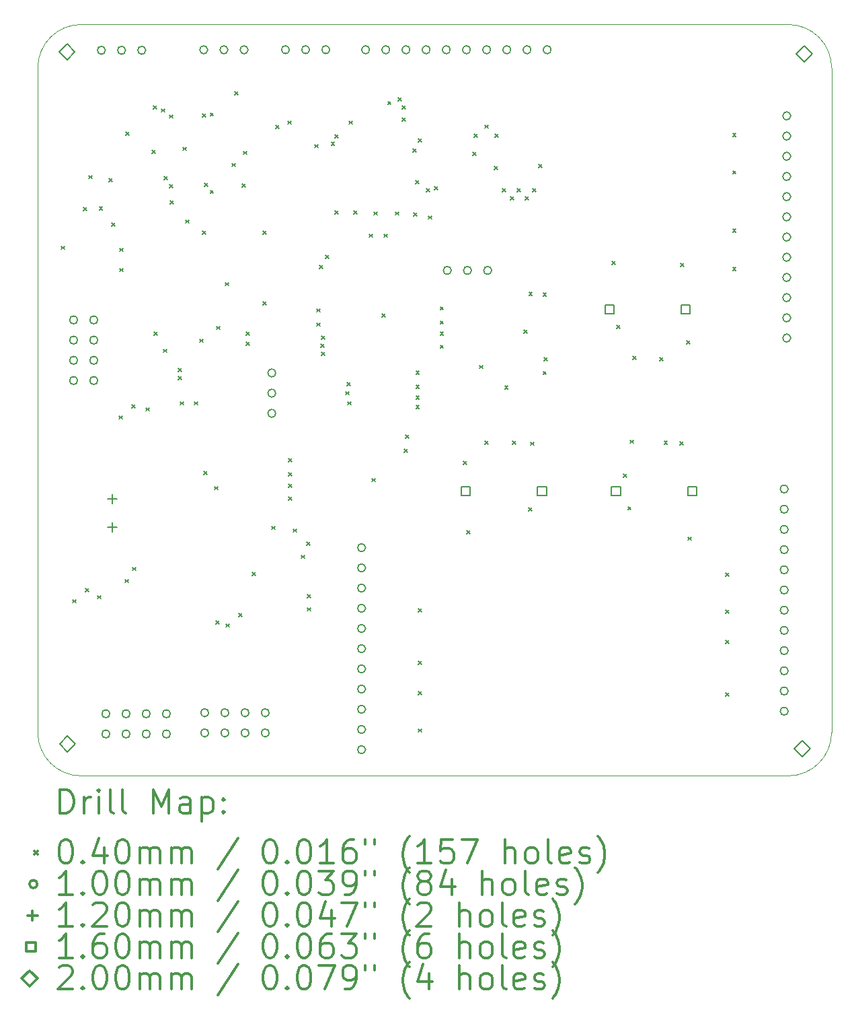
<source format=gbr>
%FSLAX45Y45*%
G04 Gerber Fmt 4.5, Leading zero omitted, Abs format (unit mm)*
G04 Created by KiCad (PCBNEW (5.1.0)-1) date 2019-05-13 21:51:19*
%MOMM*%
%LPD*%
G04 APERTURE LIST*
%ADD10C,0.100000*%
%ADD11C,0.200000*%
%ADD12C,0.300000*%
G04 APERTURE END LIST*
D10*
X7226300Y-8293100D02*
G75*
G02X7772400Y-7747000I546100J0D01*
G01*
X16675100Y-7747000D02*
G75*
G02X17221200Y-8293100I0J-546100D01*
G01*
X17221200Y-16649700D02*
G75*
G02X16675100Y-17195800I-546100J0D01*
G01*
X7772400Y-17195800D02*
G75*
G02X7226300Y-16649700I0J546100D01*
G01*
X7772400Y-17195800D02*
X16675100Y-17195800D01*
X7226300Y-8293100D02*
X7226300Y-16649700D01*
X16675100Y-7747000D02*
X7772400Y-7747000D01*
X17221200Y-16649700D02*
X17221200Y-8293100D01*
D11*
X7523800Y-10533700D02*
X7563800Y-10573700D01*
X7563800Y-10533700D02*
X7523800Y-10573700D01*
X7663500Y-14978700D02*
X7703500Y-15018700D01*
X7703500Y-14978700D02*
X7663500Y-15018700D01*
X7804800Y-10046350D02*
X7844800Y-10086350D01*
X7844800Y-10046350D02*
X7804800Y-10086350D01*
X7828600Y-14839000D02*
X7868600Y-14879000D01*
X7868600Y-14839000D02*
X7828600Y-14879000D01*
X7866700Y-9644700D02*
X7906700Y-9684700D01*
X7906700Y-9644700D02*
X7866700Y-9684700D01*
X7981000Y-14927900D02*
X8021000Y-14967900D01*
X8021000Y-14927900D02*
X7981000Y-14967900D01*
X8000050Y-10038400D02*
X8040050Y-10078400D01*
X8040050Y-10038400D02*
X8000050Y-10078400D01*
X8125800Y-9684700D02*
X8165800Y-9724700D01*
X8165800Y-9684700D02*
X8125800Y-9724700D01*
X8158800Y-10241600D02*
X8198800Y-10281600D01*
X8198800Y-10241600D02*
X8158800Y-10281600D01*
X8247700Y-12667300D02*
X8287700Y-12707300D01*
X8287700Y-12667300D02*
X8247700Y-12707300D01*
X8260400Y-10559100D02*
X8300400Y-10599100D01*
X8300400Y-10559100D02*
X8260400Y-10599100D01*
X8260400Y-10813100D02*
X8300400Y-10853100D01*
X8300400Y-10813100D02*
X8260400Y-10853100D01*
X8323900Y-14724700D02*
X8363900Y-14764700D01*
X8363900Y-14724700D02*
X8323900Y-14764700D01*
X8336600Y-9098600D02*
X8376600Y-9138600D01*
X8376600Y-9098600D02*
X8336600Y-9138600D01*
X8412800Y-12527600D02*
X8452800Y-12567600D01*
X8452800Y-12527600D02*
X8412800Y-12567600D01*
X8421699Y-14572300D02*
X8461699Y-14612300D01*
X8461699Y-14572300D02*
X8421699Y-14612300D01*
X8590600Y-12565700D02*
X8630600Y-12605700D01*
X8630600Y-12565700D02*
X8590600Y-12605700D01*
X8666800Y-9327200D02*
X8706800Y-9367200D01*
X8706800Y-9327200D02*
X8666800Y-9367200D01*
X8679500Y-8768400D02*
X8719500Y-8808400D01*
X8719500Y-8768400D02*
X8679500Y-8808400D01*
X8687796Y-11613601D02*
X8727796Y-11653601D01*
X8727796Y-11613601D02*
X8687796Y-11653601D01*
X8781100Y-8806500D02*
X8821100Y-8846500D01*
X8821100Y-8806500D02*
X8781100Y-8846500D01*
X8806500Y-11829100D02*
X8846500Y-11869100D01*
X8846500Y-11829100D02*
X8806500Y-11869100D01*
X8819200Y-9657400D02*
X8859200Y-9697400D01*
X8859200Y-9657400D02*
X8819200Y-9697400D01*
X8882700Y-8882700D02*
X8922700Y-8922700D01*
X8922700Y-8882700D02*
X8882700Y-8922700D01*
X8882700Y-9759000D02*
X8922700Y-9799000D01*
X8922700Y-9759000D02*
X8882700Y-9799000D01*
X8895400Y-9962200D02*
X8935400Y-10002200D01*
X8935400Y-9962200D02*
X8895400Y-10002200D01*
X8997000Y-12070400D02*
X9037000Y-12110400D01*
X9037000Y-12070400D02*
X8997000Y-12110400D01*
X8997000Y-12172000D02*
X9037000Y-12212000D01*
X9037000Y-12172000D02*
X8997000Y-12212000D01*
X9022400Y-12489500D02*
X9062400Y-12529500D01*
X9062400Y-12489500D02*
X9022400Y-12529500D01*
X9054448Y-9289100D02*
X9094448Y-9329100D01*
X9094448Y-9289100D02*
X9054448Y-9329100D01*
X9085900Y-10203500D02*
X9125900Y-10243500D01*
X9125900Y-10203500D02*
X9085900Y-10243500D01*
X9200200Y-12489500D02*
X9240200Y-12529500D01*
X9240200Y-12489500D02*
X9200200Y-12529500D01*
X9263700Y-11702100D02*
X9303700Y-11742100D01*
X9303700Y-11702100D02*
X9263700Y-11742100D01*
X9298550Y-8873250D02*
X9338550Y-8913250D01*
X9338550Y-8873250D02*
X9298550Y-8913250D01*
X9301800Y-10343200D02*
X9341800Y-10383200D01*
X9341800Y-10343200D02*
X9301800Y-10383200D01*
X9314500Y-13365800D02*
X9354500Y-13405800D01*
X9354500Y-13365800D02*
X9314500Y-13405800D01*
X9325248Y-9741751D02*
X9365248Y-9781751D01*
X9365248Y-9741751D02*
X9325248Y-9781751D01*
X9397391Y-9830783D02*
X9437391Y-9870783D01*
X9437391Y-9830783D02*
X9397391Y-9870783D01*
X9397410Y-8858183D02*
X9437410Y-8898183D01*
X9437410Y-8858183D02*
X9397410Y-8898183D01*
X9454200Y-13556300D02*
X9494200Y-13596300D01*
X9494200Y-13556300D02*
X9454200Y-13596300D01*
X9466900Y-15245400D02*
X9506900Y-15285400D01*
X9506900Y-15245400D02*
X9466900Y-15285400D01*
X9479600Y-11541100D02*
X9519600Y-11581100D01*
X9519600Y-11541100D02*
X9479600Y-11581100D01*
X9587799Y-10990900D02*
X9627799Y-11030900D01*
X9627799Y-10990900D02*
X9587799Y-11030900D01*
X9593900Y-15283500D02*
X9633900Y-15323500D01*
X9633900Y-15283500D02*
X9593900Y-15323500D01*
X9670100Y-9492300D02*
X9710100Y-9532300D01*
X9710100Y-9492300D02*
X9670100Y-9532300D01*
X9708200Y-8590600D02*
X9748200Y-8630600D01*
X9748200Y-8590600D02*
X9708200Y-8630600D01*
X9756000Y-15153500D02*
X9796000Y-15193500D01*
X9796000Y-15153500D02*
X9756000Y-15193500D01*
X9801200Y-9750400D02*
X9841200Y-9790400D01*
X9841200Y-9750400D02*
X9801200Y-9790400D01*
X9816301Y-9339900D02*
X9856301Y-9379900D01*
X9856301Y-9339900D02*
X9816301Y-9379900D01*
X9847899Y-11614686D02*
X9887899Y-11654686D01*
X9887899Y-11614686D02*
X9847899Y-11654686D01*
X9847900Y-11740200D02*
X9887900Y-11780200D01*
X9887900Y-11740200D02*
X9847900Y-11780200D01*
X9924100Y-14635800D02*
X9964100Y-14675800D01*
X9964100Y-14635800D02*
X9924100Y-14675800D01*
X10063800Y-10343200D02*
X10103800Y-10383200D01*
X10103800Y-10343200D02*
X10063800Y-10383200D01*
X10063800Y-11232200D02*
X10103800Y-11272200D01*
X10103800Y-11232200D02*
X10063800Y-11272200D01*
X10170100Y-14056300D02*
X10210100Y-14096300D01*
X10210100Y-14056300D02*
X10170100Y-14096300D01*
X10222550Y-9016050D02*
X10262550Y-9056050D01*
X10262550Y-9016050D02*
X10222550Y-9056050D01*
X10374950Y-8958900D02*
X10414950Y-8998900D01*
X10414950Y-8958900D02*
X10374950Y-8998900D01*
X10381300Y-13207050D02*
X10421300Y-13247050D01*
X10421300Y-13207050D02*
X10381300Y-13247050D01*
X10381300Y-13384850D02*
X10421300Y-13424850D01*
X10421300Y-13384850D02*
X10381300Y-13424850D01*
X10381300Y-13524550D02*
X10421300Y-13564550D01*
X10421300Y-13524550D02*
X10381300Y-13564550D01*
X10381300Y-13689650D02*
X10421300Y-13729650D01*
X10421300Y-13689650D02*
X10381300Y-13729650D01*
X10444800Y-14089700D02*
X10484800Y-14129700D01*
X10484800Y-14089700D02*
X10444800Y-14129700D01*
X10546400Y-14419900D02*
X10586400Y-14459900D01*
X10586400Y-14419900D02*
X10546400Y-14459900D01*
X10609900Y-14254800D02*
X10649900Y-14294800D01*
X10649900Y-14254800D02*
X10609900Y-14294800D01*
X10622600Y-14915200D02*
X10662600Y-14955200D01*
X10662600Y-14915200D02*
X10622600Y-14955200D01*
X10622600Y-15080300D02*
X10662600Y-15120300D01*
X10662600Y-15080300D02*
X10622600Y-15120300D01*
X10717048Y-9257060D02*
X10757048Y-9297060D01*
X10757048Y-9257060D02*
X10717048Y-9297060D01*
X10736900Y-11321100D02*
X10776900Y-11361100D01*
X10776900Y-11321100D02*
X10736900Y-11361100D01*
X10736900Y-11498900D02*
X10776900Y-11538900D01*
X10776900Y-11498900D02*
X10736900Y-11538900D01*
X10775000Y-10775000D02*
X10815000Y-10815000D01*
X10815000Y-10775000D02*
X10775000Y-10815000D01*
X10787700Y-11765600D02*
X10827700Y-11805600D01*
X10827700Y-11765600D02*
X10787700Y-11805600D01*
X10800400Y-11664000D02*
X10840400Y-11704000D01*
X10840400Y-11664000D02*
X10800400Y-11704000D01*
X10800400Y-11867200D02*
X10840400Y-11907200D01*
X10840400Y-11867200D02*
X10800400Y-11907200D01*
X10851200Y-10648000D02*
X10891200Y-10688000D01*
X10891200Y-10648000D02*
X10851200Y-10688000D01*
X10921426Y-9224102D02*
X10961426Y-9264102D01*
X10961426Y-9224102D02*
X10921426Y-9264102D01*
X10965500Y-10089200D02*
X11005500Y-10129200D01*
X11005500Y-10089200D02*
X10965500Y-10129200D01*
X10965976Y-9134572D02*
X11005976Y-9174572D01*
X11005976Y-9134572D02*
X10965976Y-9174572D01*
X11105200Y-12362500D02*
X11145200Y-12402500D01*
X11145200Y-12362500D02*
X11105200Y-12402500D01*
X11117900Y-12248200D02*
X11157900Y-12288200D01*
X11157900Y-12248200D02*
X11117900Y-12288200D01*
X11130600Y-12489500D02*
X11170600Y-12529500D01*
X11170600Y-12489500D02*
X11130600Y-12529500D01*
X11143300Y-8958900D02*
X11183300Y-8998900D01*
X11183300Y-8958900D02*
X11143300Y-8998900D01*
X11206800Y-10089200D02*
X11246800Y-10129200D01*
X11246800Y-10089200D02*
X11206800Y-10129200D01*
X11397300Y-10381300D02*
X11437300Y-10421300D01*
X11437300Y-10381300D02*
X11397300Y-10421300D01*
X11435400Y-13454700D02*
X11475400Y-13494700D01*
X11475400Y-13454700D02*
X11435400Y-13494700D01*
X11460800Y-10101900D02*
X11500800Y-10141900D01*
X11500800Y-10101900D02*
X11460800Y-10141900D01*
X11562400Y-11384600D02*
X11602400Y-11424600D01*
X11602400Y-11384600D02*
X11562400Y-11424600D01*
X11587800Y-10381300D02*
X11627800Y-10421300D01*
X11627800Y-10381300D02*
X11587800Y-10421300D01*
X11632239Y-8713039D02*
X11672239Y-8753039D01*
X11672239Y-8713039D02*
X11632239Y-8753039D01*
X11727500Y-10101900D02*
X11767500Y-10141900D01*
X11767500Y-10101900D02*
X11727500Y-10141900D01*
X11766277Y-8667478D02*
X11806277Y-8707478D01*
X11806277Y-8667478D02*
X11766277Y-8707478D01*
X11816400Y-8768400D02*
X11856400Y-8808400D01*
X11856400Y-8768400D02*
X11816400Y-8808400D01*
X11816400Y-8920800D02*
X11856400Y-8960800D01*
X11856400Y-8920800D02*
X11816400Y-8960800D01*
X11841800Y-13086400D02*
X11881800Y-13126400D01*
X11881800Y-13086400D02*
X11841800Y-13126400D01*
X11854500Y-12908600D02*
X11894500Y-12948600D01*
X11894500Y-12908600D02*
X11854500Y-12948600D01*
X11949274Y-9309119D02*
X11989274Y-9349119D01*
X11989274Y-9309119D02*
X11949274Y-9349119D01*
X11956100Y-10114600D02*
X11996100Y-10154600D01*
X11996100Y-10114600D02*
X11956100Y-10154600D01*
X11981500Y-9708200D02*
X12021500Y-9748200D01*
X12021500Y-9708200D02*
X11981500Y-9748200D01*
X11987850Y-12102150D02*
X12027850Y-12142150D01*
X12027850Y-12102150D02*
X11987850Y-12142150D01*
X11987850Y-12279950D02*
X12027850Y-12319950D01*
X12027850Y-12279950D02*
X11987850Y-12319950D01*
X11987850Y-12419650D02*
X12027850Y-12459650D01*
X12027850Y-12419650D02*
X11987850Y-12459650D01*
X11987850Y-12536499D02*
X12027850Y-12576499D01*
X12027850Y-12536499D02*
X11987850Y-12576499D01*
X12019600Y-15093000D02*
X12059600Y-15133000D01*
X12059600Y-15093000D02*
X12019600Y-15133000D01*
X12019600Y-15753400D02*
X12059600Y-15793400D01*
X12059600Y-15753400D02*
X12019600Y-15793400D01*
X12019600Y-16604300D02*
X12059600Y-16644300D01*
X12059600Y-16604300D02*
X12019600Y-16644300D01*
X12019774Y-16134620D02*
X12059774Y-16174620D01*
X12059774Y-16134620D02*
X12019774Y-16174620D01*
X12020136Y-9181687D02*
X12060136Y-9221687D01*
X12060136Y-9181687D02*
X12020136Y-9221687D01*
X12121200Y-9809800D02*
X12161200Y-9849800D01*
X12161200Y-9809800D02*
X12121200Y-9849800D01*
X12146600Y-10152700D02*
X12186600Y-10192700D01*
X12186600Y-10152700D02*
X12146600Y-10192700D01*
X12222800Y-9784400D02*
X12262800Y-9824400D01*
X12262800Y-9784400D02*
X12222800Y-9824400D01*
X12292650Y-11295700D02*
X12332650Y-11335700D01*
X12332650Y-11295700D02*
X12292650Y-11335700D01*
X12292650Y-11473500D02*
X12332650Y-11513500D01*
X12332650Y-11473500D02*
X12292650Y-11513500D01*
X12292650Y-11613200D02*
X12332650Y-11653200D01*
X12332650Y-11613200D02*
X12292650Y-11653200D01*
X12292650Y-11778300D02*
X12332650Y-11818300D01*
X12332650Y-11778300D02*
X12292650Y-11818300D01*
X12584750Y-13238800D02*
X12624750Y-13278800D01*
X12624750Y-13238800D02*
X12584750Y-13278800D01*
X12629200Y-14108750D02*
X12669200Y-14148750D01*
X12669200Y-14108750D02*
X12629200Y-14148750D01*
X12705400Y-9352600D02*
X12745400Y-9392600D01*
X12745400Y-9352600D02*
X12705400Y-9392600D01*
X12718100Y-9124000D02*
X12758100Y-9164000D01*
X12758100Y-9124000D02*
X12718100Y-9164000D01*
X12787950Y-12032300D02*
X12827950Y-12072300D01*
X12827950Y-12032300D02*
X12787950Y-12072300D01*
X12855363Y-12987236D02*
X12895363Y-13027236D01*
X12895363Y-12987236D02*
X12855363Y-13027236D01*
X12857800Y-9009700D02*
X12897800Y-9049700D01*
X12897800Y-9009700D02*
X12857800Y-9049700D01*
X12972100Y-9530400D02*
X13012100Y-9570400D01*
X13012100Y-9530400D02*
X12972100Y-9570400D01*
X12984800Y-9124000D02*
X13024800Y-9164000D01*
X13024800Y-9124000D02*
X12984800Y-9164000D01*
X13073700Y-9809800D02*
X13113700Y-9849800D01*
X13113700Y-9809800D02*
X13073700Y-9849800D01*
X13105450Y-12292650D02*
X13145450Y-12332650D01*
X13145450Y-12292650D02*
X13105450Y-12332650D01*
X13175300Y-9911400D02*
X13215300Y-9951400D01*
X13215300Y-9911400D02*
X13175300Y-9951400D01*
X13200700Y-12984800D02*
X13240700Y-13024800D01*
X13240700Y-12984800D02*
X13200700Y-13024800D01*
X13264200Y-9809800D02*
X13304200Y-9849800D01*
X13304200Y-9809800D02*
X13264200Y-9849800D01*
X13346169Y-11587219D02*
X13386169Y-11627219D01*
X13386169Y-11587219D02*
X13346169Y-11627219D01*
X13365800Y-9911400D02*
X13405800Y-9951400D01*
X13405800Y-9911400D02*
X13365800Y-9951400D01*
X13403900Y-13823000D02*
X13443900Y-13863000D01*
X13443900Y-13823000D02*
X13403900Y-13863000D01*
X13410250Y-11111550D02*
X13450250Y-11151550D01*
X13450250Y-11111550D02*
X13410250Y-11151550D01*
X13429300Y-12997500D02*
X13469300Y-13037500D01*
X13469300Y-12997500D02*
X13429300Y-13037500D01*
X13454700Y-9809800D02*
X13494700Y-9849800D01*
X13494700Y-9809800D02*
X13454700Y-9849800D01*
X13530900Y-9505000D02*
X13570900Y-9545000D01*
X13570900Y-9505000D02*
X13530900Y-9545000D01*
X13588050Y-11124250D02*
X13628050Y-11164250D01*
X13628050Y-11124250D02*
X13588050Y-11164250D01*
X13588050Y-12108500D02*
X13628050Y-12148500D01*
X13628050Y-12108500D02*
X13588050Y-12148500D01*
X13600750Y-11933351D02*
X13640750Y-11973351D01*
X13640750Y-11933351D02*
X13600750Y-11973351D01*
X14458000Y-10724200D02*
X14498000Y-10764200D01*
X14498000Y-10724200D02*
X14458000Y-10764200D01*
X14515150Y-11530650D02*
X14555150Y-11570650D01*
X14555150Y-11530650D02*
X14515150Y-11570650D01*
X14597700Y-13397550D02*
X14637700Y-13437550D01*
X14637700Y-13397550D02*
X14597700Y-13437550D01*
X14654850Y-13810300D02*
X14694850Y-13850300D01*
X14694850Y-13810300D02*
X14654850Y-13850300D01*
X14686600Y-12972100D02*
X14726600Y-13012100D01*
X14726600Y-12972100D02*
X14686600Y-13012100D01*
X14718350Y-11918000D02*
X14758350Y-11958000D01*
X14758350Y-11918000D02*
X14718350Y-11958000D01*
X15054900Y-11937050D02*
X15094900Y-11977050D01*
X15094900Y-11937050D02*
X15054900Y-11977050D01*
X15112050Y-12984800D02*
X15152050Y-13024800D01*
X15152050Y-12984800D02*
X15112050Y-13024800D01*
X15308900Y-12991150D02*
X15348900Y-13031150D01*
X15348900Y-12991150D02*
X15308900Y-13031150D01*
X15321600Y-10749600D02*
X15361600Y-10789600D01*
X15361600Y-10749600D02*
X15321600Y-10789600D01*
X15397800Y-11721150D02*
X15437800Y-11761150D01*
X15437800Y-11721150D02*
X15397800Y-11761150D01*
X15410500Y-14191300D02*
X15450500Y-14231300D01*
X15450500Y-14191300D02*
X15410500Y-14231300D01*
X15886576Y-15111830D02*
X15926576Y-15151830D01*
X15926576Y-15111830D02*
X15886576Y-15151830D01*
X15886750Y-14642150D02*
X15926750Y-14682150D01*
X15926750Y-14642150D02*
X15886750Y-14682150D01*
X15886750Y-15493050D02*
X15926750Y-15533050D01*
X15926750Y-15493050D02*
X15886750Y-15533050D01*
X15886750Y-16153450D02*
X15926750Y-16193450D01*
X15926750Y-16153450D02*
X15886750Y-16193450D01*
X15975476Y-9587330D02*
X16015476Y-9627330D01*
X16015476Y-9587330D02*
X15975476Y-9627330D01*
X15975650Y-10800400D02*
X16015650Y-10840400D01*
X16015650Y-10800400D02*
X15975650Y-10840400D01*
X15975650Y-9117650D02*
X16015650Y-9157650D01*
X16015650Y-9117650D02*
X15975650Y-9157650D01*
X15975650Y-10317800D02*
X16015650Y-10357800D01*
X16015650Y-10317800D02*
X15975650Y-10357800D01*
X9378150Y-16402050D02*
G75*
G03X9378150Y-16402050I-50000J0D01*
G01*
X9378150Y-16656050D02*
G75*
G03X9378150Y-16656050I-50000J0D01*
G01*
X9632150Y-16402050D02*
G75*
G03X9632150Y-16402050I-50000J0D01*
G01*
X9632150Y-16656050D02*
G75*
G03X9632150Y-16656050I-50000J0D01*
G01*
X9886150Y-16402050D02*
G75*
G03X9886150Y-16402050I-50000J0D01*
G01*
X9886150Y-16656050D02*
G75*
G03X9886150Y-16656050I-50000J0D01*
G01*
X10140150Y-16402050D02*
G75*
G03X10140150Y-16402050I-50000J0D01*
G01*
X10140150Y-16656050D02*
G75*
G03X10140150Y-16656050I-50000J0D01*
G01*
X11353000Y-14325600D02*
G75*
G03X11353000Y-14325600I-50000J0D01*
G01*
X11353000Y-14579600D02*
G75*
G03X11353000Y-14579600I-50000J0D01*
G01*
X11353000Y-14833600D02*
G75*
G03X11353000Y-14833600I-50000J0D01*
G01*
X11353000Y-15087600D02*
G75*
G03X11353000Y-15087600I-50000J0D01*
G01*
X11353000Y-15341600D02*
G75*
G03X11353000Y-15341600I-50000J0D01*
G01*
X11353000Y-15595600D02*
G75*
G03X11353000Y-15595600I-50000J0D01*
G01*
X11353000Y-15849600D02*
G75*
G03X11353000Y-15849600I-50000J0D01*
G01*
X11353000Y-16103600D02*
G75*
G03X11353000Y-16103600I-50000J0D01*
G01*
X11353000Y-16357600D02*
G75*
G03X11353000Y-16357600I-50000J0D01*
G01*
X11353000Y-16611600D02*
G75*
G03X11353000Y-16611600I-50000J0D01*
G01*
X11353000Y-16865600D02*
G75*
G03X11353000Y-16865600I-50000J0D01*
G01*
X8076400Y-8070850D02*
G75*
G03X8076400Y-8070850I-50000J0D01*
G01*
X8330400Y-8070850D02*
G75*
G03X8330400Y-8070850I-50000J0D01*
G01*
X8584400Y-8070850D02*
G75*
G03X8584400Y-8070850I-50000J0D01*
G01*
X10222700Y-12128500D02*
G75*
G03X10222700Y-12128500I-50000J0D01*
G01*
X10222700Y-12382500D02*
G75*
G03X10222700Y-12382500I-50000J0D01*
G01*
X10222700Y-12636500D02*
G75*
G03X10222700Y-12636500I-50000J0D01*
G01*
X7727150Y-11461750D02*
G75*
G03X7727150Y-11461750I-50000J0D01*
G01*
X7727150Y-11715750D02*
G75*
G03X7727150Y-11715750I-50000J0D01*
G01*
X7727150Y-11969750D02*
G75*
G03X7727150Y-11969750I-50000J0D01*
G01*
X7727150Y-12223750D02*
G75*
G03X7727150Y-12223750I-50000J0D01*
G01*
X7981150Y-11461750D02*
G75*
G03X7981150Y-11461750I-50000J0D01*
G01*
X7981150Y-11715750D02*
G75*
G03X7981150Y-11715750I-50000J0D01*
G01*
X7981150Y-11969750D02*
G75*
G03X7981150Y-11969750I-50000J0D01*
G01*
X7981150Y-12223750D02*
G75*
G03X7981150Y-12223750I-50000J0D01*
G01*
X11403800Y-8064500D02*
G75*
G03X11403800Y-8064500I-50000J0D01*
G01*
X11657800Y-8064500D02*
G75*
G03X11657800Y-8064500I-50000J0D01*
G01*
X11911800Y-8064500D02*
G75*
G03X11911800Y-8064500I-50000J0D01*
G01*
X12165800Y-8064500D02*
G75*
G03X12165800Y-8064500I-50000J0D01*
G01*
X12419800Y-8064500D02*
G75*
G03X12419800Y-8064500I-50000J0D01*
G01*
X12673800Y-8064500D02*
G75*
G03X12673800Y-8064500I-50000J0D01*
G01*
X12927800Y-8064500D02*
G75*
G03X12927800Y-8064500I-50000J0D01*
G01*
X13181800Y-8064500D02*
G75*
G03X13181800Y-8064500I-50000J0D01*
G01*
X13435800Y-8064500D02*
G75*
G03X13435800Y-8064500I-50000J0D01*
G01*
X13689800Y-8064500D02*
G75*
G03X13689800Y-8064500I-50000J0D01*
G01*
X16706050Y-8896350D02*
G75*
G03X16706050Y-8896350I-50000J0D01*
G01*
X16706050Y-9150350D02*
G75*
G03X16706050Y-9150350I-50000J0D01*
G01*
X16706050Y-9404350D02*
G75*
G03X16706050Y-9404350I-50000J0D01*
G01*
X16706050Y-9658350D02*
G75*
G03X16706050Y-9658350I-50000J0D01*
G01*
X16706050Y-9912350D02*
G75*
G03X16706050Y-9912350I-50000J0D01*
G01*
X16706050Y-10166350D02*
G75*
G03X16706050Y-10166350I-50000J0D01*
G01*
X16706050Y-10420350D02*
G75*
G03X16706050Y-10420350I-50000J0D01*
G01*
X16706050Y-10674350D02*
G75*
G03X16706050Y-10674350I-50000J0D01*
G01*
X16706050Y-10928350D02*
G75*
G03X16706050Y-10928350I-50000J0D01*
G01*
X16706050Y-11182350D02*
G75*
G03X16706050Y-11182350I-50000J0D01*
G01*
X16706050Y-11436350D02*
G75*
G03X16706050Y-11436350I-50000J0D01*
G01*
X16706050Y-11690350D02*
G75*
G03X16706050Y-11690350I-50000J0D01*
G01*
X8133550Y-16414750D02*
G75*
G03X8133550Y-16414750I-50000J0D01*
G01*
X8133550Y-16668750D02*
G75*
G03X8133550Y-16668750I-50000J0D01*
G01*
X8387550Y-16414750D02*
G75*
G03X8387550Y-16414750I-50000J0D01*
G01*
X8387550Y-16668750D02*
G75*
G03X8387550Y-16668750I-50000J0D01*
G01*
X8641550Y-16414750D02*
G75*
G03X8641550Y-16414750I-50000J0D01*
G01*
X8641550Y-16668750D02*
G75*
G03X8641550Y-16668750I-50000J0D01*
G01*
X8895550Y-16414750D02*
G75*
G03X8895550Y-16414750I-50000J0D01*
G01*
X8895550Y-16668750D02*
G75*
G03X8895550Y-16668750I-50000J0D01*
G01*
X10394150Y-8064500D02*
G75*
G03X10394150Y-8064500I-50000J0D01*
G01*
X10648150Y-8064500D02*
G75*
G03X10648150Y-8064500I-50000J0D01*
G01*
X10902150Y-8064500D02*
G75*
G03X10902150Y-8064500I-50000J0D01*
G01*
X9365450Y-8064500D02*
G75*
G03X9365450Y-8064500I-50000J0D01*
G01*
X9619450Y-8064500D02*
G75*
G03X9619450Y-8064500I-50000J0D01*
G01*
X9873450Y-8064500D02*
G75*
G03X9873450Y-8064500I-50000J0D01*
G01*
X12432500Y-10839450D02*
G75*
G03X12432500Y-10839450I-50000J0D01*
G01*
X12686500Y-10839450D02*
G75*
G03X12686500Y-10839450I-50000J0D01*
G01*
X12940500Y-10839450D02*
G75*
G03X12940500Y-10839450I-50000J0D01*
G01*
X16674300Y-13589000D02*
G75*
G03X16674300Y-13589000I-50000J0D01*
G01*
X16674300Y-13843000D02*
G75*
G03X16674300Y-13843000I-50000J0D01*
G01*
X16674300Y-14097000D02*
G75*
G03X16674300Y-14097000I-50000J0D01*
G01*
X16674300Y-14351000D02*
G75*
G03X16674300Y-14351000I-50000J0D01*
G01*
X16674300Y-14605000D02*
G75*
G03X16674300Y-14605000I-50000J0D01*
G01*
X16674300Y-14859000D02*
G75*
G03X16674300Y-14859000I-50000J0D01*
G01*
X16674300Y-15113000D02*
G75*
G03X16674300Y-15113000I-50000J0D01*
G01*
X16674300Y-15367000D02*
G75*
G03X16674300Y-15367000I-50000J0D01*
G01*
X16674300Y-15621000D02*
G75*
G03X16674300Y-15621000I-50000J0D01*
G01*
X16674300Y-15875000D02*
G75*
G03X16674300Y-15875000I-50000J0D01*
G01*
X16674300Y-16129000D02*
G75*
G03X16674300Y-16129000I-50000J0D01*
G01*
X16674300Y-16383000D02*
G75*
G03X16674300Y-16383000I-50000J0D01*
G01*
X8166100Y-13656000D02*
X8166100Y-13776000D01*
X8106100Y-13716000D02*
X8226100Y-13716000D01*
X8166100Y-14006000D02*
X8166100Y-14126000D01*
X8106100Y-14066000D02*
X8226100Y-14066000D01*
X12670269Y-13670969D02*
X12670269Y-13557831D01*
X12557131Y-13557831D01*
X12557131Y-13670969D01*
X12670269Y-13670969D01*
X13630269Y-13670969D02*
X13630269Y-13557831D01*
X13517131Y-13557831D01*
X13517131Y-13670969D01*
X13630269Y-13670969D01*
X14480019Y-11384969D02*
X14480019Y-11271831D01*
X14366881Y-11271831D01*
X14366881Y-11384969D01*
X14480019Y-11384969D01*
X15440019Y-11384969D02*
X15440019Y-11271831D01*
X15326881Y-11271831D01*
X15326881Y-11384969D01*
X15440019Y-11384969D01*
X14562569Y-13670969D02*
X14562569Y-13557831D01*
X14449431Y-13557831D01*
X14449431Y-13670969D01*
X14562569Y-13670969D01*
X15522569Y-13670969D02*
X15522569Y-13557831D01*
X15409431Y-13557831D01*
X15409431Y-13670969D01*
X15522569Y-13670969D01*
X7594600Y-8189900D02*
X7694600Y-8089900D01*
X7594600Y-7989900D01*
X7494600Y-8089900D01*
X7594600Y-8189900D01*
X7600950Y-16895750D02*
X7700950Y-16795750D01*
X7600950Y-16695750D01*
X7500950Y-16795750D01*
X7600950Y-16895750D01*
X16852900Y-16952900D02*
X16952900Y-16852900D01*
X16852900Y-16752900D01*
X16752900Y-16852900D01*
X16852900Y-16952900D01*
X16878300Y-8215300D02*
X16978300Y-8115300D01*
X16878300Y-8015300D01*
X16778300Y-8115300D01*
X16878300Y-8215300D01*
D12*
X7507728Y-17666514D02*
X7507728Y-17366514D01*
X7579157Y-17366514D01*
X7622014Y-17380800D01*
X7650586Y-17409372D01*
X7664871Y-17437943D01*
X7679157Y-17495086D01*
X7679157Y-17537943D01*
X7664871Y-17595086D01*
X7650586Y-17623657D01*
X7622014Y-17652229D01*
X7579157Y-17666514D01*
X7507728Y-17666514D01*
X7807728Y-17666514D02*
X7807728Y-17466514D01*
X7807728Y-17523657D02*
X7822014Y-17495086D01*
X7836300Y-17480800D01*
X7864871Y-17466514D01*
X7893443Y-17466514D01*
X7993443Y-17666514D02*
X7993443Y-17466514D01*
X7993443Y-17366514D02*
X7979157Y-17380800D01*
X7993443Y-17395086D01*
X8007728Y-17380800D01*
X7993443Y-17366514D01*
X7993443Y-17395086D01*
X8179157Y-17666514D02*
X8150586Y-17652229D01*
X8136300Y-17623657D01*
X8136300Y-17366514D01*
X8336300Y-17666514D02*
X8307728Y-17652229D01*
X8293443Y-17623657D01*
X8293443Y-17366514D01*
X8679157Y-17666514D02*
X8679157Y-17366514D01*
X8779157Y-17580800D01*
X8879157Y-17366514D01*
X8879157Y-17666514D01*
X9150586Y-17666514D02*
X9150586Y-17509372D01*
X9136300Y-17480800D01*
X9107728Y-17466514D01*
X9050586Y-17466514D01*
X9022014Y-17480800D01*
X9150586Y-17652229D02*
X9122014Y-17666514D01*
X9050586Y-17666514D01*
X9022014Y-17652229D01*
X9007728Y-17623657D01*
X9007728Y-17595086D01*
X9022014Y-17566514D01*
X9050586Y-17552229D01*
X9122014Y-17552229D01*
X9150586Y-17537943D01*
X9293443Y-17466514D02*
X9293443Y-17766514D01*
X9293443Y-17480800D02*
X9322014Y-17466514D01*
X9379157Y-17466514D01*
X9407728Y-17480800D01*
X9422014Y-17495086D01*
X9436300Y-17523657D01*
X9436300Y-17609372D01*
X9422014Y-17637943D01*
X9407728Y-17652229D01*
X9379157Y-17666514D01*
X9322014Y-17666514D01*
X9293443Y-17652229D01*
X9564871Y-17637943D02*
X9579157Y-17652229D01*
X9564871Y-17666514D01*
X9550586Y-17652229D01*
X9564871Y-17637943D01*
X9564871Y-17666514D01*
X9564871Y-17480800D02*
X9579157Y-17495086D01*
X9564871Y-17509372D01*
X9550586Y-17495086D01*
X9564871Y-17480800D01*
X9564871Y-17509372D01*
X7181300Y-18140800D02*
X7221300Y-18180800D01*
X7221300Y-18140800D02*
X7181300Y-18180800D01*
X7564871Y-17996514D02*
X7593443Y-17996514D01*
X7622014Y-18010800D01*
X7636300Y-18025086D01*
X7650586Y-18053657D01*
X7664871Y-18110800D01*
X7664871Y-18182229D01*
X7650586Y-18239372D01*
X7636300Y-18267943D01*
X7622014Y-18282229D01*
X7593443Y-18296514D01*
X7564871Y-18296514D01*
X7536300Y-18282229D01*
X7522014Y-18267943D01*
X7507728Y-18239372D01*
X7493443Y-18182229D01*
X7493443Y-18110800D01*
X7507728Y-18053657D01*
X7522014Y-18025086D01*
X7536300Y-18010800D01*
X7564871Y-17996514D01*
X7793443Y-18267943D02*
X7807728Y-18282229D01*
X7793443Y-18296514D01*
X7779157Y-18282229D01*
X7793443Y-18267943D01*
X7793443Y-18296514D01*
X8064871Y-18096514D02*
X8064871Y-18296514D01*
X7993443Y-17982229D02*
X7922014Y-18196514D01*
X8107728Y-18196514D01*
X8279157Y-17996514D02*
X8307728Y-17996514D01*
X8336300Y-18010800D01*
X8350586Y-18025086D01*
X8364871Y-18053657D01*
X8379157Y-18110800D01*
X8379157Y-18182229D01*
X8364871Y-18239372D01*
X8350586Y-18267943D01*
X8336300Y-18282229D01*
X8307728Y-18296514D01*
X8279157Y-18296514D01*
X8250586Y-18282229D01*
X8236300Y-18267943D01*
X8222014Y-18239372D01*
X8207728Y-18182229D01*
X8207728Y-18110800D01*
X8222014Y-18053657D01*
X8236300Y-18025086D01*
X8250586Y-18010800D01*
X8279157Y-17996514D01*
X8507728Y-18296514D02*
X8507728Y-18096514D01*
X8507728Y-18125086D02*
X8522014Y-18110800D01*
X8550586Y-18096514D01*
X8593443Y-18096514D01*
X8622014Y-18110800D01*
X8636300Y-18139372D01*
X8636300Y-18296514D01*
X8636300Y-18139372D02*
X8650586Y-18110800D01*
X8679157Y-18096514D01*
X8722014Y-18096514D01*
X8750586Y-18110800D01*
X8764871Y-18139372D01*
X8764871Y-18296514D01*
X8907728Y-18296514D02*
X8907728Y-18096514D01*
X8907728Y-18125086D02*
X8922014Y-18110800D01*
X8950586Y-18096514D01*
X8993443Y-18096514D01*
X9022014Y-18110800D01*
X9036300Y-18139372D01*
X9036300Y-18296514D01*
X9036300Y-18139372D02*
X9050586Y-18110800D01*
X9079157Y-18096514D01*
X9122014Y-18096514D01*
X9150586Y-18110800D01*
X9164871Y-18139372D01*
X9164871Y-18296514D01*
X9750586Y-17982229D02*
X9493443Y-18367943D01*
X10136300Y-17996514D02*
X10164871Y-17996514D01*
X10193443Y-18010800D01*
X10207728Y-18025086D01*
X10222014Y-18053657D01*
X10236300Y-18110800D01*
X10236300Y-18182229D01*
X10222014Y-18239372D01*
X10207728Y-18267943D01*
X10193443Y-18282229D01*
X10164871Y-18296514D01*
X10136300Y-18296514D01*
X10107728Y-18282229D01*
X10093443Y-18267943D01*
X10079157Y-18239372D01*
X10064871Y-18182229D01*
X10064871Y-18110800D01*
X10079157Y-18053657D01*
X10093443Y-18025086D01*
X10107728Y-18010800D01*
X10136300Y-17996514D01*
X10364871Y-18267943D02*
X10379157Y-18282229D01*
X10364871Y-18296514D01*
X10350586Y-18282229D01*
X10364871Y-18267943D01*
X10364871Y-18296514D01*
X10564871Y-17996514D02*
X10593443Y-17996514D01*
X10622014Y-18010800D01*
X10636300Y-18025086D01*
X10650586Y-18053657D01*
X10664871Y-18110800D01*
X10664871Y-18182229D01*
X10650586Y-18239372D01*
X10636300Y-18267943D01*
X10622014Y-18282229D01*
X10593443Y-18296514D01*
X10564871Y-18296514D01*
X10536300Y-18282229D01*
X10522014Y-18267943D01*
X10507728Y-18239372D01*
X10493443Y-18182229D01*
X10493443Y-18110800D01*
X10507728Y-18053657D01*
X10522014Y-18025086D01*
X10536300Y-18010800D01*
X10564871Y-17996514D01*
X10950586Y-18296514D02*
X10779157Y-18296514D01*
X10864871Y-18296514D02*
X10864871Y-17996514D01*
X10836300Y-18039372D01*
X10807728Y-18067943D01*
X10779157Y-18082229D01*
X11207728Y-17996514D02*
X11150586Y-17996514D01*
X11122014Y-18010800D01*
X11107728Y-18025086D01*
X11079157Y-18067943D01*
X11064871Y-18125086D01*
X11064871Y-18239372D01*
X11079157Y-18267943D01*
X11093443Y-18282229D01*
X11122014Y-18296514D01*
X11179157Y-18296514D01*
X11207728Y-18282229D01*
X11222014Y-18267943D01*
X11236300Y-18239372D01*
X11236300Y-18167943D01*
X11222014Y-18139372D01*
X11207728Y-18125086D01*
X11179157Y-18110800D01*
X11122014Y-18110800D01*
X11093443Y-18125086D01*
X11079157Y-18139372D01*
X11064871Y-18167943D01*
X11350586Y-17996514D02*
X11350586Y-18053657D01*
X11464871Y-17996514D02*
X11464871Y-18053657D01*
X11907728Y-18410800D02*
X11893443Y-18396514D01*
X11864871Y-18353657D01*
X11850586Y-18325086D01*
X11836300Y-18282229D01*
X11822014Y-18210800D01*
X11822014Y-18153657D01*
X11836300Y-18082229D01*
X11850586Y-18039372D01*
X11864871Y-18010800D01*
X11893443Y-17967943D01*
X11907728Y-17953657D01*
X12179157Y-18296514D02*
X12007728Y-18296514D01*
X12093443Y-18296514D02*
X12093443Y-17996514D01*
X12064871Y-18039372D01*
X12036300Y-18067943D01*
X12007728Y-18082229D01*
X12450586Y-17996514D02*
X12307728Y-17996514D01*
X12293443Y-18139372D01*
X12307728Y-18125086D01*
X12336300Y-18110800D01*
X12407728Y-18110800D01*
X12436300Y-18125086D01*
X12450586Y-18139372D01*
X12464871Y-18167943D01*
X12464871Y-18239372D01*
X12450586Y-18267943D01*
X12436300Y-18282229D01*
X12407728Y-18296514D01*
X12336300Y-18296514D01*
X12307728Y-18282229D01*
X12293443Y-18267943D01*
X12564871Y-17996514D02*
X12764871Y-17996514D01*
X12636300Y-18296514D01*
X13107728Y-18296514D02*
X13107728Y-17996514D01*
X13236300Y-18296514D02*
X13236300Y-18139372D01*
X13222014Y-18110800D01*
X13193443Y-18096514D01*
X13150586Y-18096514D01*
X13122014Y-18110800D01*
X13107728Y-18125086D01*
X13422014Y-18296514D02*
X13393443Y-18282229D01*
X13379157Y-18267943D01*
X13364871Y-18239372D01*
X13364871Y-18153657D01*
X13379157Y-18125086D01*
X13393443Y-18110800D01*
X13422014Y-18096514D01*
X13464871Y-18096514D01*
X13493443Y-18110800D01*
X13507728Y-18125086D01*
X13522014Y-18153657D01*
X13522014Y-18239372D01*
X13507728Y-18267943D01*
X13493443Y-18282229D01*
X13464871Y-18296514D01*
X13422014Y-18296514D01*
X13693443Y-18296514D02*
X13664871Y-18282229D01*
X13650586Y-18253657D01*
X13650586Y-17996514D01*
X13922014Y-18282229D02*
X13893443Y-18296514D01*
X13836300Y-18296514D01*
X13807728Y-18282229D01*
X13793443Y-18253657D01*
X13793443Y-18139372D01*
X13807728Y-18110800D01*
X13836300Y-18096514D01*
X13893443Y-18096514D01*
X13922014Y-18110800D01*
X13936300Y-18139372D01*
X13936300Y-18167943D01*
X13793443Y-18196514D01*
X14050586Y-18282229D02*
X14079157Y-18296514D01*
X14136300Y-18296514D01*
X14164871Y-18282229D01*
X14179157Y-18253657D01*
X14179157Y-18239372D01*
X14164871Y-18210800D01*
X14136300Y-18196514D01*
X14093443Y-18196514D01*
X14064871Y-18182229D01*
X14050586Y-18153657D01*
X14050586Y-18139372D01*
X14064871Y-18110800D01*
X14093443Y-18096514D01*
X14136300Y-18096514D01*
X14164871Y-18110800D01*
X14279157Y-18410800D02*
X14293443Y-18396514D01*
X14322014Y-18353657D01*
X14336300Y-18325086D01*
X14350586Y-18282229D01*
X14364871Y-18210800D01*
X14364871Y-18153657D01*
X14350586Y-18082229D01*
X14336300Y-18039372D01*
X14322014Y-18010800D01*
X14293443Y-17967943D01*
X14279157Y-17953657D01*
X7221300Y-18556800D02*
G75*
G03X7221300Y-18556800I-50000J0D01*
G01*
X7664871Y-18692514D02*
X7493443Y-18692514D01*
X7579157Y-18692514D02*
X7579157Y-18392514D01*
X7550586Y-18435372D01*
X7522014Y-18463943D01*
X7493443Y-18478229D01*
X7793443Y-18663943D02*
X7807728Y-18678229D01*
X7793443Y-18692514D01*
X7779157Y-18678229D01*
X7793443Y-18663943D01*
X7793443Y-18692514D01*
X7993443Y-18392514D02*
X8022014Y-18392514D01*
X8050586Y-18406800D01*
X8064871Y-18421086D01*
X8079157Y-18449657D01*
X8093443Y-18506800D01*
X8093443Y-18578229D01*
X8079157Y-18635372D01*
X8064871Y-18663943D01*
X8050586Y-18678229D01*
X8022014Y-18692514D01*
X7993443Y-18692514D01*
X7964871Y-18678229D01*
X7950586Y-18663943D01*
X7936300Y-18635372D01*
X7922014Y-18578229D01*
X7922014Y-18506800D01*
X7936300Y-18449657D01*
X7950586Y-18421086D01*
X7964871Y-18406800D01*
X7993443Y-18392514D01*
X8279157Y-18392514D02*
X8307728Y-18392514D01*
X8336300Y-18406800D01*
X8350586Y-18421086D01*
X8364871Y-18449657D01*
X8379157Y-18506800D01*
X8379157Y-18578229D01*
X8364871Y-18635372D01*
X8350586Y-18663943D01*
X8336300Y-18678229D01*
X8307728Y-18692514D01*
X8279157Y-18692514D01*
X8250586Y-18678229D01*
X8236300Y-18663943D01*
X8222014Y-18635372D01*
X8207728Y-18578229D01*
X8207728Y-18506800D01*
X8222014Y-18449657D01*
X8236300Y-18421086D01*
X8250586Y-18406800D01*
X8279157Y-18392514D01*
X8507728Y-18692514D02*
X8507728Y-18492514D01*
X8507728Y-18521086D02*
X8522014Y-18506800D01*
X8550586Y-18492514D01*
X8593443Y-18492514D01*
X8622014Y-18506800D01*
X8636300Y-18535372D01*
X8636300Y-18692514D01*
X8636300Y-18535372D02*
X8650586Y-18506800D01*
X8679157Y-18492514D01*
X8722014Y-18492514D01*
X8750586Y-18506800D01*
X8764871Y-18535372D01*
X8764871Y-18692514D01*
X8907728Y-18692514D02*
X8907728Y-18492514D01*
X8907728Y-18521086D02*
X8922014Y-18506800D01*
X8950586Y-18492514D01*
X8993443Y-18492514D01*
X9022014Y-18506800D01*
X9036300Y-18535372D01*
X9036300Y-18692514D01*
X9036300Y-18535372D02*
X9050586Y-18506800D01*
X9079157Y-18492514D01*
X9122014Y-18492514D01*
X9150586Y-18506800D01*
X9164871Y-18535372D01*
X9164871Y-18692514D01*
X9750586Y-18378229D02*
X9493443Y-18763943D01*
X10136300Y-18392514D02*
X10164871Y-18392514D01*
X10193443Y-18406800D01*
X10207728Y-18421086D01*
X10222014Y-18449657D01*
X10236300Y-18506800D01*
X10236300Y-18578229D01*
X10222014Y-18635372D01*
X10207728Y-18663943D01*
X10193443Y-18678229D01*
X10164871Y-18692514D01*
X10136300Y-18692514D01*
X10107728Y-18678229D01*
X10093443Y-18663943D01*
X10079157Y-18635372D01*
X10064871Y-18578229D01*
X10064871Y-18506800D01*
X10079157Y-18449657D01*
X10093443Y-18421086D01*
X10107728Y-18406800D01*
X10136300Y-18392514D01*
X10364871Y-18663943D02*
X10379157Y-18678229D01*
X10364871Y-18692514D01*
X10350586Y-18678229D01*
X10364871Y-18663943D01*
X10364871Y-18692514D01*
X10564871Y-18392514D02*
X10593443Y-18392514D01*
X10622014Y-18406800D01*
X10636300Y-18421086D01*
X10650586Y-18449657D01*
X10664871Y-18506800D01*
X10664871Y-18578229D01*
X10650586Y-18635372D01*
X10636300Y-18663943D01*
X10622014Y-18678229D01*
X10593443Y-18692514D01*
X10564871Y-18692514D01*
X10536300Y-18678229D01*
X10522014Y-18663943D01*
X10507728Y-18635372D01*
X10493443Y-18578229D01*
X10493443Y-18506800D01*
X10507728Y-18449657D01*
X10522014Y-18421086D01*
X10536300Y-18406800D01*
X10564871Y-18392514D01*
X10764871Y-18392514D02*
X10950586Y-18392514D01*
X10850586Y-18506800D01*
X10893443Y-18506800D01*
X10922014Y-18521086D01*
X10936300Y-18535372D01*
X10950586Y-18563943D01*
X10950586Y-18635372D01*
X10936300Y-18663943D01*
X10922014Y-18678229D01*
X10893443Y-18692514D01*
X10807728Y-18692514D01*
X10779157Y-18678229D01*
X10764871Y-18663943D01*
X11093443Y-18692514D02*
X11150586Y-18692514D01*
X11179157Y-18678229D01*
X11193443Y-18663943D01*
X11222014Y-18621086D01*
X11236300Y-18563943D01*
X11236300Y-18449657D01*
X11222014Y-18421086D01*
X11207728Y-18406800D01*
X11179157Y-18392514D01*
X11122014Y-18392514D01*
X11093443Y-18406800D01*
X11079157Y-18421086D01*
X11064871Y-18449657D01*
X11064871Y-18521086D01*
X11079157Y-18549657D01*
X11093443Y-18563943D01*
X11122014Y-18578229D01*
X11179157Y-18578229D01*
X11207728Y-18563943D01*
X11222014Y-18549657D01*
X11236300Y-18521086D01*
X11350586Y-18392514D02*
X11350586Y-18449657D01*
X11464871Y-18392514D02*
X11464871Y-18449657D01*
X11907728Y-18806800D02*
X11893443Y-18792514D01*
X11864871Y-18749657D01*
X11850586Y-18721086D01*
X11836300Y-18678229D01*
X11822014Y-18606800D01*
X11822014Y-18549657D01*
X11836300Y-18478229D01*
X11850586Y-18435372D01*
X11864871Y-18406800D01*
X11893443Y-18363943D01*
X11907728Y-18349657D01*
X12064871Y-18521086D02*
X12036300Y-18506800D01*
X12022014Y-18492514D01*
X12007728Y-18463943D01*
X12007728Y-18449657D01*
X12022014Y-18421086D01*
X12036300Y-18406800D01*
X12064871Y-18392514D01*
X12122014Y-18392514D01*
X12150586Y-18406800D01*
X12164871Y-18421086D01*
X12179157Y-18449657D01*
X12179157Y-18463943D01*
X12164871Y-18492514D01*
X12150586Y-18506800D01*
X12122014Y-18521086D01*
X12064871Y-18521086D01*
X12036300Y-18535372D01*
X12022014Y-18549657D01*
X12007728Y-18578229D01*
X12007728Y-18635372D01*
X12022014Y-18663943D01*
X12036300Y-18678229D01*
X12064871Y-18692514D01*
X12122014Y-18692514D01*
X12150586Y-18678229D01*
X12164871Y-18663943D01*
X12179157Y-18635372D01*
X12179157Y-18578229D01*
X12164871Y-18549657D01*
X12150586Y-18535372D01*
X12122014Y-18521086D01*
X12436300Y-18492514D02*
X12436300Y-18692514D01*
X12364871Y-18378229D02*
X12293443Y-18592514D01*
X12479157Y-18592514D01*
X12822014Y-18692514D02*
X12822014Y-18392514D01*
X12950586Y-18692514D02*
X12950586Y-18535372D01*
X12936300Y-18506800D01*
X12907728Y-18492514D01*
X12864871Y-18492514D01*
X12836300Y-18506800D01*
X12822014Y-18521086D01*
X13136300Y-18692514D02*
X13107728Y-18678229D01*
X13093443Y-18663943D01*
X13079157Y-18635372D01*
X13079157Y-18549657D01*
X13093443Y-18521086D01*
X13107728Y-18506800D01*
X13136300Y-18492514D01*
X13179157Y-18492514D01*
X13207728Y-18506800D01*
X13222014Y-18521086D01*
X13236300Y-18549657D01*
X13236300Y-18635372D01*
X13222014Y-18663943D01*
X13207728Y-18678229D01*
X13179157Y-18692514D01*
X13136300Y-18692514D01*
X13407728Y-18692514D02*
X13379157Y-18678229D01*
X13364871Y-18649657D01*
X13364871Y-18392514D01*
X13636300Y-18678229D02*
X13607728Y-18692514D01*
X13550586Y-18692514D01*
X13522014Y-18678229D01*
X13507728Y-18649657D01*
X13507728Y-18535372D01*
X13522014Y-18506800D01*
X13550586Y-18492514D01*
X13607728Y-18492514D01*
X13636300Y-18506800D01*
X13650586Y-18535372D01*
X13650586Y-18563943D01*
X13507728Y-18592514D01*
X13764871Y-18678229D02*
X13793443Y-18692514D01*
X13850586Y-18692514D01*
X13879157Y-18678229D01*
X13893443Y-18649657D01*
X13893443Y-18635372D01*
X13879157Y-18606800D01*
X13850586Y-18592514D01*
X13807728Y-18592514D01*
X13779157Y-18578229D01*
X13764871Y-18549657D01*
X13764871Y-18535372D01*
X13779157Y-18506800D01*
X13807728Y-18492514D01*
X13850586Y-18492514D01*
X13879157Y-18506800D01*
X13993443Y-18806800D02*
X14007728Y-18792514D01*
X14036300Y-18749657D01*
X14050586Y-18721086D01*
X14064871Y-18678229D01*
X14079157Y-18606800D01*
X14079157Y-18549657D01*
X14064871Y-18478229D01*
X14050586Y-18435372D01*
X14036300Y-18406800D01*
X14007728Y-18363943D01*
X13993443Y-18349657D01*
X7161300Y-18892800D02*
X7161300Y-19012800D01*
X7101300Y-18952800D02*
X7221300Y-18952800D01*
X7664871Y-19088514D02*
X7493443Y-19088514D01*
X7579157Y-19088514D02*
X7579157Y-18788514D01*
X7550586Y-18831372D01*
X7522014Y-18859943D01*
X7493443Y-18874229D01*
X7793443Y-19059943D02*
X7807728Y-19074229D01*
X7793443Y-19088514D01*
X7779157Y-19074229D01*
X7793443Y-19059943D01*
X7793443Y-19088514D01*
X7922014Y-18817086D02*
X7936300Y-18802800D01*
X7964871Y-18788514D01*
X8036300Y-18788514D01*
X8064871Y-18802800D01*
X8079157Y-18817086D01*
X8093443Y-18845657D01*
X8093443Y-18874229D01*
X8079157Y-18917086D01*
X7907728Y-19088514D01*
X8093443Y-19088514D01*
X8279157Y-18788514D02*
X8307728Y-18788514D01*
X8336300Y-18802800D01*
X8350586Y-18817086D01*
X8364871Y-18845657D01*
X8379157Y-18902800D01*
X8379157Y-18974229D01*
X8364871Y-19031372D01*
X8350586Y-19059943D01*
X8336300Y-19074229D01*
X8307728Y-19088514D01*
X8279157Y-19088514D01*
X8250586Y-19074229D01*
X8236300Y-19059943D01*
X8222014Y-19031372D01*
X8207728Y-18974229D01*
X8207728Y-18902800D01*
X8222014Y-18845657D01*
X8236300Y-18817086D01*
X8250586Y-18802800D01*
X8279157Y-18788514D01*
X8507728Y-19088514D02*
X8507728Y-18888514D01*
X8507728Y-18917086D02*
X8522014Y-18902800D01*
X8550586Y-18888514D01*
X8593443Y-18888514D01*
X8622014Y-18902800D01*
X8636300Y-18931372D01*
X8636300Y-19088514D01*
X8636300Y-18931372D02*
X8650586Y-18902800D01*
X8679157Y-18888514D01*
X8722014Y-18888514D01*
X8750586Y-18902800D01*
X8764871Y-18931372D01*
X8764871Y-19088514D01*
X8907728Y-19088514D02*
X8907728Y-18888514D01*
X8907728Y-18917086D02*
X8922014Y-18902800D01*
X8950586Y-18888514D01*
X8993443Y-18888514D01*
X9022014Y-18902800D01*
X9036300Y-18931372D01*
X9036300Y-19088514D01*
X9036300Y-18931372D02*
X9050586Y-18902800D01*
X9079157Y-18888514D01*
X9122014Y-18888514D01*
X9150586Y-18902800D01*
X9164871Y-18931372D01*
X9164871Y-19088514D01*
X9750586Y-18774229D02*
X9493443Y-19159943D01*
X10136300Y-18788514D02*
X10164871Y-18788514D01*
X10193443Y-18802800D01*
X10207728Y-18817086D01*
X10222014Y-18845657D01*
X10236300Y-18902800D01*
X10236300Y-18974229D01*
X10222014Y-19031372D01*
X10207728Y-19059943D01*
X10193443Y-19074229D01*
X10164871Y-19088514D01*
X10136300Y-19088514D01*
X10107728Y-19074229D01*
X10093443Y-19059943D01*
X10079157Y-19031372D01*
X10064871Y-18974229D01*
X10064871Y-18902800D01*
X10079157Y-18845657D01*
X10093443Y-18817086D01*
X10107728Y-18802800D01*
X10136300Y-18788514D01*
X10364871Y-19059943D02*
X10379157Y-19074229D01*
X10364871Y-19088514D01*
X10350586Y-19074229D01*
X10364871Y-19059943D01*
X10364871Y-19088514D01*
X10564871Y-18788514D02*
X10593443Y-18788514D01*
X10622014Y-18802800D01*
X10636300Y-18817086D01*
X10650586Y-18845657D01*
X10664871Y-18902800D01*
X10664871Y-18974229D01*
X10650586Y-19031372D01*
X10636300Y-19059943D01*
X10622014Y-19074229D01*
X10593443Y-19088514D01*
X10564871Y-19088514D01*
X10536300Y-19074229D01*
X10522014Y-19059943D01*
X10507728Y-19031372D01*
X10493443Y-18974229D01*
X10493443Y-18902800D01*
X10507728Y-18845657D01*
X10522014Y-18817086D01*
X10536300Y-18802800D01*
X10564871Y-18788514D01*
X10922014Y-18888514D02*
X10922014Y-19088514D01*
X10850586Y-18774229D02*
X10779157Y-18988514D01*
X10964871Y-18988514D01*
X11050586Y-18788514D02*
X11250586Y-18788514D01*
X11122014Y-19088514D01*
X11350586Y-18788514D02*
X11350586Y-18845657D01*
X11464871Y-18788514D02*
X11464871Y-18845657D01*
X11907728Y-19202800D02*
X11893443Y-19188514D01*
X11864871Y-19145657D01*
X11850586Y-19117086D01*
X11836300Y-19074229D01*
X11822014Y-19002800D01*
X11822014Y-18945657D01*
X11836300Y-18874229D01*
X11850586Y-18831372D01*
X11864871Y-18802800D01*
X11893443Y-18759943D01*
X11907728Y-18745657D01*
X12007728Y-18817086D02*
X12022014Y-18802800D01*
X12050586Y-18788514D01*
X12122014Y-18788514D01*
X12150586Y-18802800D01*
X12164871Y-18817086D01*
X12179157Y-18845657D01*
X12179157Y-18874229D01*
X12164871Y-18917086D01*
X11993443Y-19088514D01*
X12179157Y-19088514D01*
X12536300Y-19088514D02*
X12536300Y-18788514D01*
X12664871Y-19088514D02*
X12664871Y-18931372D01*
X12650586Y-18902800D01*
X12622014Y-18888514D01*
X12579157Y-18888514D01*
X12550586Y-18902800D01*
X12536300Y-18917086D01*
X12850586Y-19088514D02*
X12822014Y-19074229D01*
X12807728Y-19059943D01*
X12793443Y-19031372D01*
X12793443Y-18945657D01*
X12807728Y-18917086D01*
X12822014Y-18902800D01*
X12850586Y-18888514D01*
X12893443Y-18888514D01*
X12922014Y-18902800D01*
X12936300Y-18917086D01*
X12950586Y-18945657D01*
X12950586Y-19031372D01*
X12936300Y-19059943D01*
X12922014Y-19074229D01*
X12893443Y-19088514D01*
X12850586Y-19088514D01*
X13122014Y-19088514D02*
X13093443Y-19074229D01*
X13079157Y-19045657D01*
X13079157Y-18788514D01*
X13350586Y-19074229D02*
X13322014Y-19088514D01*
X13264871Y-19088514D01*
X13236300Y-19074229D01*
X13222014Y-19045657D01*
X13222014Y-18931372D01*
X13236300Y-18902800D01*
X13264871Y-18888514D01*
X13322014Y-18888514D01*
X13350586Y-18902800D01*
X13364871Y-18931372D01*
X13364871Y-18959943D01*
X13222014Y-18988514D01*
X13479157Y-19074229D02*
X13507728Y-19088514D01*
X13564871Y-19088514D01*
X13593443Y-19074229D01*
X13607728Y-19045657D01*
X13607728Y-19031372D01*
X13593443Y-19002800D01*
X13564871Y-18988514D01*
X13522014Y-18988514D01*
X13493443Y-18974229D01*
X13479157Y-18945657D01*
X13479157Y-18931372D01*
X13493443Y-18902800D01*
X13522014Y-18888514D01*
X13564871Y-18888514D01*
X13593443Y-18902800D01*
X13707728Y-19202800D02*
X13722014Y-19188514D01*
X13750586Y-19145657D01*
X13764871Y-19117086D01*
X13779157Y-19074229D01*
X13793443Y-19002800D01*
X13793443Y-18945657D01*
X13779157Y-18874229D01*
X13764871Y-18831372D01*
X13750586Y-18802800D01*
X13722014Y-18759943D01*
X13707728Y-18745657D01*
X7197869Y-19405369D02*
X7197869Y-19292231D01*
X7084731Y-19292231D01*
X7084731Y-19405369D01*
X7197869Y-19405369D01*
X7664871Y-19484514D02*
X7493443Y-19484514D01*
X7579157Y-19484514D02*
X7579157Y-19184514D01*
X7550586Y-19227372D01*
X7522014Y-19255943D01*
X7493443Y-19270229D01*
X7793443Y-19455943D02*
X7807728Y-19470229D01*
X7793443Y-19484514D01*
X7779157Y-19470229D01*
X7793443Y-19455943D01*
X7793443Y-19484514D01*
X8064871Y-19184514D02*
X8007728Y-19184514D01*
X7979157Y-19198800D01*
X7964871Y-19213086D01*
X7936300Y-19255943D01*
X7922014Y-19313086D01*
X7922014Y-19427372D01*
X7936300Y-19455943D01*
X7950586Y-19470229D01*
X7979157Y-19484514D01*
X8036300Y-19484514D01*
X8064871Y-19470229D01*
X8079157Y-19455943D01*
X8093443Y-19427372D01*
X8093443Y-19355943D01*
X8079157Y-19327372D01*
X8064871Y-19313086D01*
X8036300Y-19298800D01*
X7979157Y-19298800D01*
X7950586Y-19313086D01*
X7936300Y-19327372D01*
X7922014Y-19355943D01*
X8279157Y-19184514D02*
X8307728Y-19184514D01*
X8336300Y-19198800D01*
X8350586Y-19213086D01*
X8364871Y-19241657D01*
X8379157Y-19298800D01*
X8379157Y-19370229D01*
X8364871Y-19427372D01*
X8350586Y-19455943D01*
X8336300Y-19470229D01*
X8307728Y-19484514D01*
X8279157Y-19484514D01*
X8250586Y-19470229D01*
X8236300Y-19455943D01*
X8222014Y-19427372D01*
X8207728Y-19370229D01*
X8207728Y-19298800D01*
X8222014Y-19241657D01*
X8236300Y-19213086D01*
X8250586Y-19198800D01*
X8279157Y-19184514D01*
X8507728Y-19484514D02*
X8507728Y-19284514D01*
X8507728Y-19313086D02*
X8522014Y-19298800D01*
X8550586Y-19284514D01*
X8593443Y-19284514D01*
X8622014Y-19298800D01*
X8636300Y-19327372D01*
X8636300Y-19484514D01*
X8636300Y-19327372D02*
X8650586Y-19298800D01*
X8679157Y-19284514D01*
X8722014Y-19284514D01*
X8750586Y-19298800D01*
X8764871Y-19327372D01*
X8764871Y-19484514D01*
X8907728Y-19484514D02*
X8907728Y-19284514D01*
X8907728Y-19313086D02*
X8922014Y-19298800D01*
X8950586Y-19284514D01*
X8993443Y-19284514D01*
X9022014Y-19298800D01*
X9036300Y-19327372D01*
X9036300Y-19484514D01*
X9036300Y-19327372D02*
X9050586Y-19298800D01*
X9079157Y-19284514D01*
X9122014Y-19284514D01*
X9150586Y-19298800D01*
X9164871Y-19327372D01*
X9164871Y-19484514D01*
X9750586Y-19170229D02*
X9493443Y-19555943D01*
X10136300Y-19184514D02*
X10164871Y-19184514D01*
X10193443Y-19198800D01*
X10207728Y-19213086D01*
X10222014Y-19241657D01*
X10236300Y-19298800D01*
X10236300Y-19370229D01*
X10222014Y-19427372D01*
X10207728Y-19455943D01*
X10193443Y-19470229D01*
X10164871Y-19484514D01*
X10136300Y-19484514D01*
X10107728Y-19470229D01*
X10093443Y-19455943D01*
X10079157Y-19427372D01*
X10064871Y-19370229D01*
X10064871Y-19298800D01*
X10079157Y-19241657D01*
X10093443Y-19213086D01*
X10107728Y-19198800D01*
X10136300Y-19184514D01*
X10364871Y-19455943D02*
X10379157Y-19470229D01*
X10364871Y-19484514D01*
X10350586Y-19470229D01*
X10364871Y-19455943D01*
X10364871Y-19484514D01*
X10564871Y-19184514D02*
X10593443Y-19184514D01*
X10622014Y-19198800D01*
X10636300Y-19213086D01*
X10650586Y-19241657D01*
X10664871Y-19298800D01*
X10664871Y-19370229D01*
X10650586Y-19427372D01*
X10636300Y-19455943D01*
X10622014Y-19470229D01*
X10593443Y-19484514D01*
X10564871Y-19484514D01*
X10536300Y-19470229D01*
X10522014Y-19455943D01*
X10507728Y-19427372D01*
X10493443Y-19370229D01*
X10493443Y-19298800D01*
X10507728Y-19241657D01*
X10522014Y-19213086D01*
X10536300Y-19198800D01*
X10564871Y-19184514D01*
X10922014Y-19184514D02*
X10864871Y-19184514D01*
X10836300Y-19198800D01*
X10822014Y-19213086D01*
X10793443Y-19255943D01*
X10779157Y-19313086D01*
X10779157Y-19427372D01*
X10793443Y-19455943D01*
X10807728Y-19470229D01*
X10836300Y-19484514D01*
X10893443Y-19484514D01*
X10922014Y-19470229D01*
X10936300Y-19455943D01*
X10950586Y-19427372D01*
X10950586Y-19355943D01*
X10936300Y-19327372D01*
X10922014Y-19313086D01*
X10893443Y-19298800D01*
X10836300Y-19298800D01*
X10807728Y-19313086D01*
X10793443Y-19327372D01*
X10779157Y-19355943D01*
X11050586Y-19184514D02*
X11236300Y-19184514D01*
X11136300Y-19298800D01*
X11179157Y-19298800D01*
X11207728Y-19313086D01*
X11222014Y-19327372D01*
X11236300Y-19355943D01*
X11236300Y-19427372D01*
X11222014Y-19455943D01*
X11207728Y-19470229D01*
X11179157Y-19484514D01*
X11093443Y-19484514D01*
X11064871Y-19470229D01*
X11050586Y-19455943D01*
X11350586Y-19184514D02*
X11350586Y-19241657D01*
X11464871Y-19184514D02*
X11464871Y-19241657D01*
X11907728Y-19598800D02*
X11893443Y-19584514D01*
X11864871Y-19541657D01*
X11850586Y-19513086D01*
X11836300Y-19470229D01*
X11822014Y-19398800D01*
X11822014Y-19341657D01*
X11836300Y-19270229D01*
X11850586Y-19227372D01*
X11864871Y-19198800D01*
X11893443Y-19155943D01*
X11907728Y-19141657D01*
X12150586Y-19184514D02*
X12093443Y-19184514D01*
X12064871Y-19198800D01*
X12050586Y-19213086D01*
X12022014Y-19255943D01*
X12007728Y-19313086D01*
X12007728Y-19427372D01*
X12022014Y-19455943D01*
X12036300Y-19470229D01*
X12064871Y-19484514D01*
X12122014Y-19484514D01*
X12150586Y-19470229D01*
X12164871Y-19455943D01*
X12179157Y-19427372D01*
X12179157Y-19355943D01*
X12164871Y-19327372D01*
X12150586Y-19313086D01*
X12122014Y-19298800D01*
X12064871Y-19298800D01*
X12036300Y-19313086D01*
X12022014Y-19327372D01*
X12007728Y-19355943D01*
X12536300Y-19484514D02*
X12536300Y-19184514D01*
X12664871Y-19484514D02*
X12664871Y-19327372D01*
X12650586Y-19298800D01*
X12622014Y-19284514D01*
X12579157Y-19284514D01*
X12550586Y-19298800D01*
X12536300Y-19313086D01*
X12850586Y-19484514D02*
X12822014Y-19470229D01*
X12807728Y-19455943D01*
X12793443Y-19427372D01*
X12793443Y-19341657D01*
X12807728Y-19313086D01*
X12822014Y-19298800D01*
X12850586Y-19284514D01*
X12893443Y-19284514D01*
X12922014Y-19298800D01*
X12936300Y-19313086D01*
X12950586Y-19341657D01*
X12950586Y-19427372D01*
X12936300Y-19455943D01*
X12922014Y-19470229D01*
X12893443Y-19484514D01*
X12850586Y-19484514D01*
X13122014Y-19484514D02*
X13093443Y-19470229D01*
X13079157Y-19441657D01*
X13079157Y-19184514D01*
X13350586Y-19470229D02*
X13322014Y-19484514D01*
X13264871Y-19484514D01*
X13236300Y-19470229D01*
X13222014Y-19441657D01*
X13222014Y-19327372D01*
X13236300Y-19298800D01*
X13264871Y-19284514D01*
X13322014Y-19284514D01*
X13350586Y-19298800D01*
X13364871Y-19327372D01*
X13364871Y-19355943D01*
X13222014Y-19384514D01*
X13479157Y-19470229D02*
X13507728Y-19484514D01*
X13564871Y-19484514D01*
X13593443Y-19470229D01*
X13607728Y-19441657D01*
X13607728Y-19427372D01*
X13593443Y-19398800D01*
X13564871Y-19384514D01*
X13522014Y-19384514D01*
X13493443Y-19370229D01*
X13479157Y-19341657D01*
X13479157Y-19327372D01*
X13493443Y-19298800D01*
X13522014Y-19284514D01*
X13564871Y-19284514D01*
X13593443Y-19298800D01*
X13707728Y-19598800D02*
X13722014Y-19584514D01*
X13750586Y-19541657D01*
X13764871Y-19513086D01*
X13779157Y-19470229D01*
X13793443Y-19398800D01*
X13793443Y-19341657D01*
X13779157Y-19270229D01*
X13764871Y-19227372D01*
X13750586Y-19198800D01*
X13722014Y-19155943D01*
X13707728Y-19141657D01*
X7121300Y-19844800D02*
X7221300Y-19744800D01*
X7121300Y-19644800D01*
X7021300Y-19744800D01*
X7121300Y-19844800D01*
X7493443Y-19609086D02*
X7507728Y-19594800D01*
X7536300Y-19580514D01*
X7607728Y-19580514D01*
X7636300Y-19594800D01*
X7650586Y-19609086D01*
X7664871Y-19637657D01*
X7664871Y-19666229D01*
X7650586Y-19709086D01*
X7479157Y-19880514D01*
X7664871Y-19880514D01*
X7793443Y-19851943D02*
X7807728Y-19866229D01*
X7793443Y-19880514D01*
X7779157Y-19866229D01*
X7793443Y-19851943D01*
X7793443Y-19880514D01*
X7993443Y-19580514D02*
X8022014Y-19580514D01*
X8050586Y-19594800D01*
X8064871Y-19609086D01*
X8079157Y-19637657D01*
X8093443Y-19694800D01*
X8093443Y-19766229D01*
X8079157Y-19823372D01*
X8064871Y-19851943D01*
X8050586Y-19866229D01*
X8022014Y-19880514D01*
X7993443Y-19880514D01*
X7964871Y-19866229D01*
X7950586Y-19851943D01*
X7936300Y-19823372D01*
X7922014Y-19766229D01*
X7922014Y-19694800D01*
X7936300Y-19637657D01*
X7950586Y-19609086D01*
X7964871Y-19594800D01*
X7993443Y-19580514D01*
X8279157Y-19580514D02*
X8307728Y-19580514D01*
X8336300Y-19594800D01*
X8350586Y-19609086D01*
X8364871Y-19637657D01*
X8379157Y-19694800D01*
X8379157Y-19766229D01*
X8364871Y-19823372D01*
X8350586Y-19851943D01*
X8336300Y-19866229D01*
X8307728Y-19880514D01*
X8279157Y-19880514D01*
X8250586Y-19866229D01*
X8236300Y-19851943D01*
X8222014Y-19823372D01*
X8207728Y-19766229D01*
X8207728Y-19694800D01*
X8222014Y-19637657D01*
X8236300Y-19609086D01*
X8250586Y-19594800D01*
X8279157Y-19580514D01*
X8507728Y-19880514D02*
X8507728Y-19680514D01*
X8507728Y-19709086D02*
X8522014Y-19694800D01*
X8550586Y-19680514D01*
X8593443Y-19680514D01*
X8622014Y-19694800D01*
X8636300Y-19723372D01*
X8636300Y-19880514D01*
X8636300Y-19723372D02*
X8650586Y-19694800D01*
X8679157Y-19680514D01*
X8722014Y-19680514D01*
X8750586Y-19694800D01*
X8764871Y-19723372D01*
X8764871Y-19880514D01*
X8907728Y-19880514D02*
X8907728Y-19680514D01*
X8907728Y-19709086D02*
X8922014Y-19694800D01*
X8950586Y-19680514D01*
X8993443Y-19680514D01*
X9022014Y-19694800D01*
X9036300Y-19723372D01*
X9036300Y-19880514D01*
X9036300Y-19723372D02*
X9050586Y-19694800D01*
X9079157Y-19680514D01*
X9122014Y-19680514D01*
X9150586Y-19694800D01*
X9164871Y-19723372D01*
X9164871Y-19880514D01*
X9750586Y-19566229D02*
X9493443Y-19951943D01*
X10136300Y-19580514D02*
X10164871Y-19580514D01*
X10193443Y-19594800D01*
X10207728Y-19609086D01*
X10222014Y-19637657D01*
X10236300Y-19694800D01*
X10236300Y-19766229D01*
X10222014Y-19823372D01*
X10207728Y-19851943D01*
X10193443Y-19866229D01*
X10164871Y-19880514D01*
X10136300Y-19880514D01*
X10107728Y-19866229D01*
X10093443Y-19851943D01*
X10079157Y-19823372D01*
X10064871Y-19766229D01*
X10064871Y-19694800D01*
X10079157Y-19637657D01*
X10093443Y-19609086D01*
X10107728Y-19594800D01*
X10136300Y-19580514D01*
X10364871Y-19851943D02*
X10379157Y-19866229D01*
X10364871Y-19880514D01*
X10350586Y-19866229D01*
X10364871Y-19851943D01*
X10364871Y-19880514D01*
X10564871Y-19580514D02*
X10593443Y-19580514D01*
X10622014Y-19594800D01*
X10636300Y-19609086D01*
X10650586Y-19637657D01*
X10664871Y-19694800D01*
X10664871Y-19766229D01*
X10650586Y-19823372D01*
X10636300Y-19851943D01*
X10622014Y-19866229D01*
X10593443Y-19880514D01*
X10564871Y-19880514D01*
X10536300Y-19866229D01*
X10522014Y-19851943D01*
X10507728Y-19823372D01*
X10493443Y-19766229D01*
X10493443Y-19694800D01*
X10507728Y-19637657D01*
X10522014Y-19609086D01*
X10536300Y-19594800D01*
X10564871Y-19580514D01*
X10764871Y-19580514D02*
X10964871Y-19580514D01*
X10836300Y-19880514D01*
X11093443Y-19880514D02*
X11150586Y-19880514D01*
X11179157Y-19866229D01*
X11193443Y-19851943D01*
X11222014Y-19809086D01*
X11236300Y-19751943D01*
X11236300Y-19637657D01*
X11222014Y-19609086D01*
X11207728Y-19594800D01*
X11179157Y-19580514D01*
X11122014Y-19580514D01*
X11093443Y-19594800D01*
X11079157Y-19609086D01*
X11064871Y-19637657D01*
X11064871Y-19709086D01*
X11079157Y-19737657D01*
X11093443Y-19751943D01*
X11122014Y-19766229D01*
X11179157Y-19766229D01*
X11207728Y-19751943D01*
X11222014Y-19737657D01*
X11236300Y-19709086D01*
X11350586Y-19580514D02*
X11350586Y-19637657D01*
X11464871Y-19580514D02*
X11464871Y-19637657D01*
X11907728Y-19994800D02*
X11893443Y-19980514D01*
X11864871Y-19937657D01*
X11850586Y-19909086D01*
X11836300Y-19866229D01*
X11822014Y-19794800D01*
X11822014Y-19737657D01*
X11836300Y-19666229D01*
X11850586Y-19623372D01*
X11864871Y-19594800D01*
X11893443Y-19551943D01*
X11907728Y-19537657D01*
X12150586Y-19680514D02*
X12150586Y-19880514D01*
X12079157Y-19566229D02*
X12007728Y-19780514D01*
X12193443Y-19780514D01*
X12536300Y-19880514D02*
X12536300Y-19580514D01*
X12664871Y-19880514D02*
X12664871Y-19723372D01*
X12650586Y-19694800D01*
X12622014Y-19680514D01*
X12579157Y-19680514D01*
X12550586Y-19694800D01*
X12536300Y-19709086D01*
X12850586Y-19880514D02*
X12822014Y-19866229D01*
X12807728Y-19851943D01*
X12793443Y-19823372D01*
X12793443Y-19737657D01*
X12807728Y-19709086D01*
X12822014Y-19694800D01*
X12850586Y-19680514D01*
X12893443Y-19680514D01*
X12922014Y-19694800D01*
X12936300Y-19709086D01*
X12950586Y-19737657D01*
X12950586Y-19823372D01*
X12936300Y-19851943D01*
X12922014Y-19866229D01*
X12893443Y-19880514D01*
X12850586Y-19880514D01*
X13122014Y-19880514D02*
X13093443Y-19866229D01*
X13079157Y-19837657D01*
X13079157Y-19580514D01*
X13350586Y-19866229D02*
X13322014Y-19880514D01*
X13264871Y-19880514D01*
X13236300Y-19866229D01*
X13222014Y-19837657D01*
X13222014Y-19723372D01*
X13236300Y-19694800D01*
X13264871Y-19680514D01*
X13322014Y-19680514D01*
X13350586Y-19694800D01*
X13364871Y-19723372D01*
X13364871Y-19751943D01*
X13222014Y-19780514D01*
X13479157Y-19866229D02*
X13507728Y-19880514D01*
X13564871Y-19880514D01*
X13593443Y-19866229D01*
X13607728Y-19837657D01*
X13607728Y-19823372D01*
X13593443Y-19794800D01*
X13564871Y-19780514D01*
X13522014Y-19780514D01*
X13493443Y-19766229D01*
X13479157Y-19737657D01*
X13479157Y-19723372D01*
X13493443Y-19694800D01*
X13522014Y-19680514D01*
X13564871Y-19680514D01*
X13593443Y-19694800D01*
X13707728Y-19994800D02*
X13722014Y-19980514D01*
X13750586Y-19937657D01*
X13764871Y-19909086D01*
X13779157Y-19866229D01*
X13793443Y-19794800D01*
X13793443Y-19737657D01*
X13779157Y-19666229D01*
X13764871Y-19623372D01*
X13750586Y-19594800D01*
X13722014Y-19551943D01*
X13707728Y-19537657D01*
M02*

</source>
